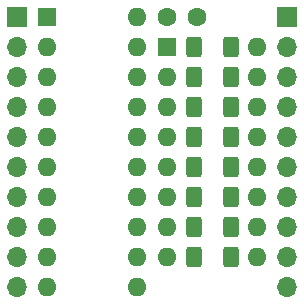
<source format=gts>
G04 #@! TF.GenerationSoftware,KiCad,Pcbnew,(6.0.7-1)-1*
G04 #@! TF.CreationDate,2022-08-10T01:22:39+02:00*
G04 #@! TF.ProjectId,led_bar,6c65645f-6261-4722-9e6b-696361645f70,rev?*
G04 #@! TF.SameCoordinates,Original*
G04 #@! TF.FileFunction,Soldermask,Top*
G04 #@! TF.FilePolarity,Negative*
%FSLAX46Y46*%
G04 Gerber Fmt 4.6, Leading zero omitted, Abs format (unit mm)*
G04 Created by KiCad (PCBNEW (6.0.7-1)-1) date 2022-08-10 01:22:39*
%MOMM*%
%LPD*%
G01*
G04 APERTURE LIST*
G04 Aperture macros list*
%AMRoundRect*
0 Rectangle with rounded corners*
0 $1 Rounding radius*
0 $2 $3 $4 $5 $6 $7 $8 $9 X,Y pos of 4 corners*
0 Add a 4 corners polygon primitive as box body*
4,1,4,$2,$3,$4,$5,$6,$7,$8,$9,$2,$3,0*
0 Add four circle primitives for the rounded corners*
1,1,$1+$1,$2,$3*
1,1,$1+$1,$4,$5*
1,1,$1+$1,$6,$7*
1,1,$1+$1,$8,$9*
0 Add four rect primitives between the rounded corners*
20,1,$1+$1,$2,$3,$4,$5,0*
20,1,$1+$1,$4,$5,$6,$7,0*
20,1,$1+$1,$6,$7,$8,$9,0*
20,1,$1+$1,$8,$9,$2,$3,0*%
G04 Aperture macros list end*
%ADD10RoundRect,0.250000X0.400000X0.625000X-0.400000X0.625000X-0.400000X-0.625000X0.400000X-0.625000X0*%
%ADD11C,1.600000*%
%ADD12R,1.600000X1.600000*%
%ADD13O,1.600000X1.600000*%
%ADD14R,1.700000X1.700000*%
%ADD15O,1.700000X1.700000*%
G04 APERTURE END LIST*
D10*
X157760000Y-142240000D03*
X154660000Y-142240000D03*
D11*
X152400000Y-124460000D03*
X154900000Y-124460000D03*
D12*
X152400000Y-127000000D03*
D13*
X152400000Y-129540000D03*
X152400000Y-132080000D03*
X152400000Y-134620000D03*
X152400000Y-137160000D03*
X152400000Y-139700000D03*
X152400000Y-142240000D03*
X152400000Y-144780000D03*
X160020000Y-144780000D03*
X160020000Y-142240000D03*
X160020000Y-139700000D03*
X160020000Y-137160000D03*
X160020000Y-134620000D03*
X160020000Y-132080000D03*
X160020000Y-129540000D03*
X160020000Y-127000000D03*
D12*
X142240000Y-124460000D03*
D13*
X142240000Y-127000000D03*
X142240000Y-129540000D03*
X142240000Y-132080000D03*
X142240000Y-134620000D03*
X142240000Y-137160000D03*
X142240000Y-139700000D03*
X142240000Y-142240000D03*
X142240000Y-144780000D03*
X142240000Y-147320000D03*
X149860000Y-147320000D03*
X149860000Y-144780000D03*
X149860000Y-142240000D03*
X149860000Y-139700000D03*
X149860000Y-137160000D03*
X149860000Y-134620000D03*
X149860000Y-132080000D03*
X149860000Y-129540000D03*
X149860000Y-127000000D03*
X149860000Y-124460000D03*
D10*
X157760000Y-144780000D03*
X154660000Y-144780000D03*
X157760000Y-139700000D03*
X154660000Y-139700000D03*
X157760000Y-137160000D03*
X154660000Y-137160000D03*
X157760000Y-127000000D03*
X154660000Y-127000000D03*
X157760000Y-129540000D03*
X154660000Y-129540000D03*
X157760000Y-132080000D03*
X154660000Y-132080000D03*
X157760000Y-134620000D03*
X154660000Y-134620000D03*
D14*
X139700000Y-124460000D03*
D15*
X139700000Y-127000000D03*
X139700000Y-129540000D03*
X139700000Y-132080000D03*
X139700000Y-134620000D03*
X139700000Y-137160000D03*
X139700000Y-139700000D03*
X139700000Y-142240000D03*
X139700000Y-144780000D03*
X139700000Y-147320000D03*
D14*
X162560000Y-124460000D03*
D15*
X162560000Y-127000000D03*
X162560000Y-129540000D03*
X162560000Y-132080000D03*
X162560000Y-134620000D03*
X162560000Y-137160000D03*
X162560000Y-139700000D03*
X162560000Y-142240000D03*
X162560000Y-144780000D03*
X162560000Y-147320000D03*
M02*

</source>
